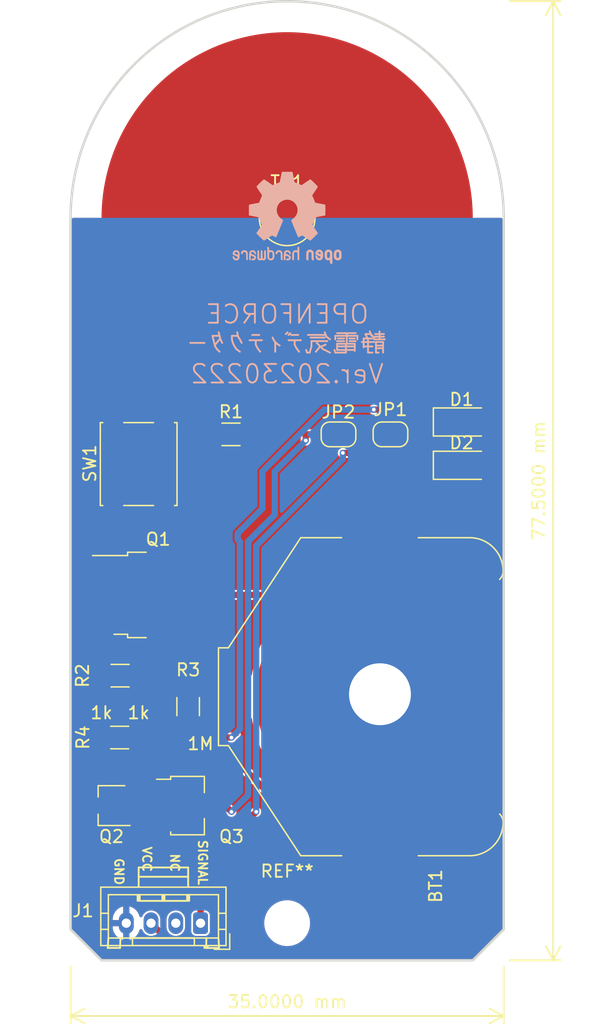
<source format=kicad_pcb>
(kicad_pcb (version 20221018) (generator pcbnew)
  (title_block (date "26 jul 2013"))
  (layers (0 "F.Cu" signal) (31 "B.Cu" signal) (34 "B.Paste" user) (35 "F.Paste" user) (36 "B.SilkS" user "B.Silkscreen") (37 "F.SilkS" user "F.Silkscreen") (38 "B.Mask" user) (39 "F.Mask" user) (44 "Edge.Cuts" user))
  (net 0 "")
  (net 1 "Net-(D1-K)")
  (net 2 "GND")
  (net 3 "Net-(D2-K)")
  (net 5 "Net-(JP2-A)")
  (net 6 "Net-(Q1-G)")
  (net 7 "Net-(Q1-S)")
  (net 8 "Net-(Q2-B)")
  (net 9 "Net-(R1-Pad2)")
  (net 10 "BATT")
  (footprint "Battery:BatteryHolder_Keystone_3008_1x2450" (layer "F.Cu") (at 137.5 98.7 90)
    (fp_text reference "BT1" (at -15.3 4.5 90) (layer "F.SilkS"))
    (fp_text value "Battery_Cell")
    (pad "1" smd rect (at -15.3 0 90) (size 6 5.5) (layers "F.Cu" "F.Paste" "F.Mask") (net 10 "BATT"))
    (pad "1" smd rect (at 15.3 0 90) (size 6 5.5) (layers "F.Cu" "F.Paste" "F.Mask") (net 10 "BATT"))
    (pad "2" smd circle (at 0 0 90) (size 20 20) (layers "F.Cu" "F.Mask") (net 2 "GND"))
  )
  (footprint "LED_SMD:LED_1206_3216Metric" (layer "F.Cu") (at 144.1 80)
    (fp_text reference "D2" (at 0 -1.82) (layer "F.SilkS"))
    (fp_text value "LED")
    (pad "1" smd roundrect (at -1.4 0) (size 1.25 1.75) (layers "F.Cu" "F.Paste" "F.Mask") (roundrect_rratio 0.2) (net 3 "Net-(D2-K)"))
    (pad "2" smd roundrect (at 1.4 0) (size 1.25 1.75) (layers "F.Cu" "F.Paste" "F.Mask") (roundrect_rratio 0.2) (net 10 "BATT"))
  )
  (footprint "TestPoint:TestPoint_Pad_D4.0mm" (layer "F.Cu") (at 130 60)
    (fp_text reference "TP1" (at 0 -2.898) (layer "F.SilkS"))
    (fp_text value "ProveAntena")
    (pad "1" smd circle (at 0 0) (size 30 30) (layers "F.Cu" "F.Mask") (net 9 "Net-(R1-Pad2)"))
  )
  (footprint "Resistor_SMD:R_1206_3216Metric" (layer "F.Cu") (at 116.5 97 180)
    (fp_text reference "R2" (at 3.0375 0 90) (layer "F.SilkS"))
    (fp_text value "1k" (at -1.5 -3 180) (layer "F.SilkS"))
    (pad "1" smd roundrect (at -1.4625 0 180) (size 1.125 1.75) (layers "F.Cu" "F.Paste" "F.Mask") (roundrect_rratio 0.2222222222) (net 8 "Net-(Q2-B)"))
    (pad "2" smd roundrect (at 1.4625 0 180) (size 1.125 1.75) (layers "F.Cu" "F.Paste" "F.Mask") (roundrect_rratio 0.2222222222) (net 7 "Net-(Q1-S)"))
  )
  (footprint "Button_Switch_SMD:SW_SPST_EVQQ2" (layer "F.Cu") (at 118 79.9 90)
    (fp_text reference "SW1" (at 0.05 -3.95 90) (layer "F.SilkS"))
    (fp_text value "SW_Push")
    (pad "1" smd rect (at -3.4 -2 90) (size 3.2 1) (layers "F.Cu" "F.Paste" "F.Mask") (net 2 "GND"))
    (pad "1" smd rect (at 3.4 -2 90) (size 3.2 1) (layers "F.Cu" "F.Paste" "F.Mask") (net 2 "GND"))
    (pad "2" smd rect (at -3.4 2 90) (size 3.2 1) (layers "F.Cu" "F.Paste" "F.Mask") (net 6 "Net-(Q1-G)"))
    (pad "2" smd rect (at 3.4 2 90) (size 3.2 1) (layers "F.Cu" "F.Paste" "F.Mask") (net 6 "Net-(Q1-G)"))
  )
  (footprint "Package_TO_SOT_SMD:SOT-89-3" (layer "F.Cu") (at 121.65 107.5)
    (fp_text reference "Q3" (at 3.85 2.5) (layer "F.SilkS"))
    (fp_text value "Q_NPN_BCE_2SCR533P" hide)
    (pad "1" smd rect (at -1.65 -1.5) (size 1.3 0.9) (layers "F.Cu" "F.Paste" "F.Mask") (net 8 "Net-(Q2-B)"))
    (pad "2" smd custom (at -1.5625 0) (size 1.475 0.9) (layers "F.Cu" "F.Paste" "F.Mask") (net 5 "Net-(JP2-A)") (options (clearance outline) (anchor rect)) (primitives (gr_poly (pts (xy 3.8625 0.8665) (xy 0.7375 0.8665) (xy 0.7375 -0.8665) (xy 3.8625 -0.8665)) (width 0) (fill yes))))
    (pad "3" smd rect (at -1.65 1.5) (size 1.3 0.9) (layers "F.Cu" "F.Paste" "F.Mask") (net 2 "GND"))
  )
  (footprint "Resistor_SMD:R_1206_3216Metric" (layer "F.Cu") (at 125.4625 77.5)
    (fp_text reference "R1" (at 0 -1.82) (layer "F.SilkS"))
    (fp_text value "10M")
    (pad "1" smd roundrect (at -1.4625 0) (size 1.125 1.75) (layers "F.Cu" "F.Paste" "F.Mask") (roundrect_rratio 0.2222222222) (net 6 "Net-(Q1-G)"))
    (pad "2" smd roundrect (at 1.4625 0) (size 1.125 1.75) (layers "F.Cu" "F.Paste" "F.Mask") (roundrect_rratio 0.2222222222) (net 9 "Net-(R1-Pad2)"))
  )
  (footprint "Resistor_SMD:R_1206_3216Metric" (layer "F.Cu") (at 122 99.5 90)
    (fp_text reference "R3" (at 2.9625 0) (layer "F.SilkS"))
    (fp_text value "1M" (at -3 1 180) (layer "F.SilkS"))
    (pad "1" smd roundrect (at -1.4625 0 90) (size 1.125 1.75) (layers "F.Cu" "F.Paste" "F.Mask") (roundrect_rratio 0.2222222222) (net 8 "Net-(Q2-B)"))
    (pad "2" smd roundrect (at 1.4625 0 90) (size 1.125 1.75) (layers "F.Cu" "F.Paste" "F.Mask") (roundrect_rratio 0.2222222222) (net 2 "GND"))
  )
  (footprint "Jumper:SolderJumper-2_P1.3mm_Bridged_RoundedPad1.0x1.5mm" (layer "F.Cu") (at 134.15 77.5)
    (fp_text reference "JP2" (at 0 -1.8) (layer "F.SilkS"))
    (fp_text value "Jumper_2_Bridged")
    (fp_poly (pts (xy 0.25 -0.3) (xy -0.25 -0.3) (xy -0.25 0.3) (xy 0.25 0.3)) (fill solid) (layer "F.Cu"))
    (pad "1" smd custom (at -0.65 0) (size 1 0.5) (layers "F.Cu" "F.Mask") (net 5 "Net-(JP2-A)") (options (clearance outline) (anchor rect)) (primitives (gr_circle (center 0 0.25) (end 0.5 0.25) (width 0) (fill yes)) (gr_circle (center 0 -0.25) (end 0.5 -0.25) (width 0) (fill yes)) (gr_poly (pts (xy 0.5 0.75) (xy 0 0.75) (xy 0 -0.75) (xy 0.5 -0.75)) (width 0) (fill yes))))
    (pad "2" smd custom (at 0.65 0) (size 1 0.5) (layers "F.Cu" "F.Mask") (net 3 "Net-(D2-K)") (options (clearance outline) (anchor rect)) (primitives (gr_circle (center 0 0.25) (end 0.5 0.25) (width 0) (fill yes)) (gr_circle (center 0 -0.25) (end 0.5 -0.25) (width 0) (fill yes)) (gr_poly (pts (xy 0 0.75) (xy -0.5 0.75) (xy -0.5 -0.75) (xy 0 -0.75)) (width 0) (fill yes))))
  )
  (footprint "Jumper:SolderJumper-2_P1.3mm_Bridged_RoundedPad1.0x1.5mm" (layer "F.Cu") (at 138.35 77.5 180)
    (fp_text reference "JP1" (at 0 2) (layer "F.SilkS"))
    (fp_text value "Jumper_2_Bridged")
    (fp_poly (pts (xy 0.25 -0.3) (xy -0.25 -0.3) (xy -0.25 0.3) (xy 0.25 0.3)) (fill solid) (layer "F.Cu"))
    (pad "1" smd custom (at -0.65 0 180) (size 1 0.5) (layers "F.Cu" "F.Mask") (net 1 "Net-(D1-K)") (options (clearance outline) (anchor rect)) (primitives (gr_circle (center 0 0.25) (end 0.5 0.25) (width 0) (fill yes)) (gr_circle (center 0 -0.25) (end 0.5 -0.25) (width 0) (fill yes)) (gr_poly (pts (xy 0.5 0.75) (xy 0 0.75) (xy 0 -0.75) (xy 0.5 -0.75)) (width 0) (fill yes))))
    (pad "2" smd custom (at 0.65 0 180) (size 1 0.5) (layers "F.Cu" "F.Mask") (net 3 "Net-(D2-K)") (options (clearance outline) (anchor rect)) (primitives (gr_circle (center 0 0.25) (end 0.5 0.25) (width 0) (fill yes)) (gr_circle (center 0 -0.25) (end 0.5 -0.25) (width 0) (fill yes)) (gr_poly (pts (xy 0 0.75) (xy -0.5 0.75) (xy -0.5 -0.75) (xy 0 -0.75)) (width 0) (fill yes))))
  )
  (footprint "Package_TO_SOT_SMD:SOT-23W" (layer "F.Cu") (at 115.8 107.5 180)
    (fp_text reference "Q2" (at 0 -2.5) (layer "F.SilkS"))
    (fp_text value "Q_NPN_BEC_2PD601ART")
    (pad "1" smd rect (at -1.2 -0.95 180) (size 1 0.7) (layers "F.Cu" "F.Paste" "F.Mask") (net 8 "Net-(Q2-B)"))
    (pad "2" smd rect (at -1.2 0.95 180) (size 1 0.7) (layers "F.Cu" "F.Paste" "F.Mask") (net 2 "GND"))
    (pad "3" smd rect (at 1.2 0 180) (size 1 0.7) (layers "F.Cu" "F.Paste" "F.Mask") (net 3 "Net-(D2-K)"))
  )
  (footprint "Connector_JST:JST_PH_B4B-PH-K_1x04_P2.00mm_Vertical" (layer "F.Cu") (at 123 117 180)
    (fp_text reference "J1" (at 9.5 1) (layer "F.SilkS"))
    (fp_text value "Conn_01x04")
    (pad "1" thru_hole roundrect (at 0 0 180) (size 1.2 1.75) (drill 0.75) (layers "*.Cu" "*.Mask") (roundrect_rratio 0.2083333333) (net 3 "Net-(D2-K)"))
    (pad "2" thru_hole oval (at 2 0 180) (size 1.2 1.75) (drill 0.75) (layers "*.Cu" "*.Mask"))
    (pad "3" thru_hole oval (at 4 0 180) (size 1.2 1.75) (drill 0.75) (layers "*.Cu" "*.Mask") (net 10 "BATT"))
    (pad "4" thru_hole oval (at 6 0 180) (size 1.2 1.75) (drill 0.75) (layers "*.Cu" "*.Mask") (net 2 "GND"))
  )
  (footprint "Resistor_SMD:R_1206_3216Metric" (layer "F.Cu") (at 116.4625 102 180)
    (fp_text reference "R4" (at 2.9625 0 90) (layer "F.SilkS"))
    (fp_text value "1k" (at 1.4625 2) (layer "F.SilkS"))
    (pad "1" smd roundrect (at -1.4625 0 180) (size 1.125 1.75) (layers "F.Cu" "F.Paste" "F.Mask") (roundrect_rratio 0.2222222222) (net 1 "Net-(D1-K)"))
    (pad "2" smd roundrect (at 1.4625 0 180) (size 1.125 1.75) (layers "F.Cu" "F.Paste" "F.Mask") (roundrect_rratio 0.2222222222) (net 5 "Net-(JP2-A)"))
  )
  (footprint "Package_TO_SOT_SMD:TO-252-2" (layer "F.Cu") (at 119.575 90.475)
    (fp_text reference "Q1" (at 0 -4.5) (layer "F.SilkS"))
    (fp_text value "Q_NMOS_GDS_2SK4033")
    (pad "1" smd rect (at -4.2 -2.28) (size 2.2 1.2) (layers "F.Cu" "F.Paste" "F.Mask") (net 6 "Net-(Q1-G)"))
    (pad "2" smd rect (at 2.1 0) (size 6.4 5.8) (layers "F.Cu" "F.Mask") (net 10 "BATT"))
    (pad "3" smd rect (at -4.2 2.28) (size 2.2 1.2) (layers "F.Cu" "F.Paste" "F.Mask") (net 7 "Net-(Q1-S)"))
  )
  (footprint "MountingHole:MountingHole_3.2mm_M3" (layer "F.Cu") (at 130 117)
    (fp_text reference "REF**" (at 0 -4.2) (layer "F.SilkS"))
    (fp_text value "MountingHole_3.2mm_M3")
    (pad "" np_thru_hole circle (at 0 0) (size 3.2 3.2) (drill 3.2) (layers "*.Cu" "*.Mask"))
  )
  (footprint "LED_SMD:LED_1206_3216Metric" (layer "F.Cu") (at 144.1 76.5)
    (fp_text reference "D1" (at 0 -1.82) (layer "F.SilkS"))
    (fp_text value "LED")
    (pad "1" smd roundrect (at -1.4 0) (size 1.25 1.75) (layers "F.Cu" "F.Paste" "F.Mask") (roundrect_rratio 0.2) (net 1 "Net-(D1-K)"))
    (pad "2" smd roundrect (at 1.4 0) (size 1.25 1.75) (layers "F.Cu" "F.Paste" "F.Mask") (roundrect_rratio 0.2) (net 10 "BATT"))
  )
  (footprint "Symbol:OSHW-Logo2_9.8x8mm_SilkScreen" (layer "B.Cu") (at 130 60 180)
    (fp_text reference "REF**" hide)
    (fp_text value "OSHW-Logo2_9.8x8mm_SilkScreen" hide)
  )
  (gr_line (start 115.5 119) (end 115.55 118.2) (stroke (width 0.15)) (layer "F.SilkS"))
  (gr_line (start 118 114) (end 118 112.5) (stroke (width 0.15)) (layer "F.SilkS"))
  (gr_line (start 117.5 118.2) (end 122.5 118.2) (stroke (width 0.15)) (layer "F.SilkS"))
  (gr_line (start 123.475 118.2) (end 123.45 118.91) (stroke (width 0.15)) (layer "F.SilkS"))
  (gr_line (start 118 112.5) (end 122 112.5) (stroke (width 0.15)) (layer "F.SilkS"))
  (gr_line (start 118.1 115.2) (end 121.9 115.2) (stroke (width 0.15)) (layer "F.SilkS"))
  (gr_line (start 116.5 119) (end 115.5 119) (stroke (width 0.15)) (layer "F.SilkS"))
  (gr_line (start 116.525 118.2) (end 116.5 119) (stroke (width 0.15)) (layer "F.SilkS"))
  (gr_line (start 124.5 119) (end 123.45 119.01) (stroke (width 0.15)) (layer "F.SilkS"))
  (gr_line (start 124.45 118.2) (end 124.5 119) (stroke (width 0.15)) (layer "F.SilkS"))
  (gr_line (start 118 113.25) (end 122 113.25) (stroke (width 0.15)) (layer "F.SilkS"))
  (gr_line (start 122 112.5) (end 122 114) (stroke (width 0.15)) (layer "F.SilkS"))
  (gr_line (start 147.5 117.5) (end 147.5 60) (stroke (width 0.2)) (layer "Edge.Cuts"))
  (gr_line (start 112.5 60) (end 112.5 117.5) (stroke (width 0.2)) (layer "Edge.Cuts"))
  (gr_line (start 112.5 117.5) (end 115 120) (stroke (width 0.2)) (layer "Edge.Cuts"))
  (gr_line (start 115 120) (end 145 120) (stroke (width 0.2)) (layer "Edge.Cuts"))
  (gr_arc (start 112.5 60) (mid 130 42.5) (end 147.5 60) (stroke (width 0.2)) (layer "Edge.Cuts"))
  (gr_line (start 145 120) (end 147.5 117.5) (stroke (width 0.2)) (layer "Edge.Cuts"))
  (gr_text "OPENFORCE\n静電気ディテクター\nVer.20230222" (at 130 73.5) (layer "B.SilkS") (effects (font (size 1.5 1.5)) (justify bottom mirror)))
  (gr_text "SIGNAL\n\nNC  \n\nVCC  \n\nGND" (at 116 114 270) (layer "F.SilkS") (effects (font (size 0.7 0.7)) (justify right bottom)))
  (dimension (type aligned) (layer "F.SilkS") (pts (xy 112.5 120) (xy 147.5 120)) (height 4.5) (gr_text "35.0000 mm" (at 130 123.35) (layer "F.SilkS") (effects (font (size 1 1) (thickness 0.15)))) (format (prefix "") (suffix "") (units 3) (units_format 1) (precision 4)) (style (thickness 0.15) (arrow_length 1.27) (text_position_mode 0) (extension_height 0.58642) (extension_offset 0.5) keep_text_aligned))
  (dimension (type aligned) (layer "F.SilkS") (pts (xy 147.5 120) (xy 147.5 42.5)) (height 4) (gr_text "77.5000 mm" (at 150.35 81.25 90) (layer "F.SilkS") (effects (font (size 1 1) (thickness 0.15)))) (format (prefix "") (suffix "") (units 3) (units_format 1) (precision 4)) (style (thickness 0.15) (arrow_length 1.27) (text_position_mode 0) (extension_height 0.58642) (extension_offset 0.5) keep_text_aligned))
  (segment (start 140.5 77.5) (end 139 77.5) (width 0.508) (layer "F.Cu") (net 1))
  (segment (start 139.5 75.5) (end 140.5 76.5) (width 0.508) (layer "F.Cu") (net 1))
  (segment (start 142 76.5) (end 141 77.5) (width 0.508) (layer "F.Cu") (net 1))
  (segment (start 141 77.5) (end 140.5 77.5) (width 0.508) (layer "F.Cu") (net 1))
  (segment (start 117.925 102) (end 125.5 102) (width 0.508) (layer "F.Cu") (net 1))
  (segment (start 140.5 76.5) (end 140.5 77.5) (width 0.508) (layer "F.Cu") (net 1))
  (segment (start 142.7 76.5) (end 142 76.5) (width 0.508) (layer "F.Cu") (net 1))
  (segment (start 137 75.5) (end 139.5 75.5) (width 0.508) (layer "F.Cu") (net 1))
  (via (at 125.5 102) (size 0.5) (drill 0.3) (layers "F.Cu" "B.Cu") (net 1))
  (via (at 137 75.5) (size 0.5) (drill 0.3) (layers "F.Cu" "B.Cu") (net 1))
  (segment (start 126 85.5) (end 126 86) (width 0.508) (layer "B.Cu") (net 1))
  (segment (start 126 86) (end 126.184 86.184) (width 0.508) (layer "B.Cu") (net 1))
  (segment (start 126.184 86.184) (end 126.184 101.316) (width 0.508) (layer "B.Cu") (net 1))
  (segment (start 133 75.5) (end 128 80.5) (width 0.508) (layer "B.Cu") (net 1))
  (segment (start 137 75.5) (end 133 75.5) (width 0.508) (layer "B.Cu") (net 1))
  (segment (start 128 83.5) (end 126 85.5) (width 0.508) (layer "B.Cu") (net 1))
  (segment (start 128 80.5) (end 128 83.5) (width 0.508) (layer "B.Cu") (net 1))
  (segment (start 126.184 101.316) (end 125.5 102) (width 0.508) (layer "B.Cu") (net 1))
  (segment (start 116 76.5) (end 116 83.3) (width 0.508) (layer "F.Cu") (net 2))
  (via (at 137.5 98.5) (size 6) (drill 5) (layers "F.Cu" "B.Cu") (net 2))
  (segment (start 140 79.5) (end 140.5 80) (width 0.508) (layer "F.Cu") (net 3))
  (segment (start 124 111.5) (end 123 111.5) (width 0.508) (layer "F.Cu") (net 3))
  (segment (start 123 111.5) (end 118.5 111.5) (width 0.508) (layer "F.Cu") (net 3))
  (segment (start 118.5 111.5) (end 117 113) (width 0.508) (layer "F.Cu") (net 3))
  (segment (start 114.6 107.5) (end 113.5 107.5) (width 0.508) (layer "F.Cu") (net 3))
  (segment (start 127.5 108) (end 124 111.5) (width 0.508) (layer "F.Cu") (net 3))
  (segment (start 136.5 79) (end 137 79.5) (width 0.508) (layer "F.Cu") (net 3))
  (segment (start 113.5 107.5) (end 113.5 110) (width 0.508) (layer "F.Cu") (net 3))
  (segment (start 134.8 77.5) (end 136 77.5) (width 0.508) (layer "F.Cu") (net 3))
  (segment (start 113.5 110) (end 116.5 113) (width 0.508) (layer "F.Cu") (net 3))
  (segment (start 137 79.5) (end 140 79.5) (width 0.508) (layer "F.Cu") (net 3))
  (segment (start 136 77.5) (end 136 78.5) (width 0.508) (layer "F.Cu") (net 3))
  (segment (start 136 78.5) (end 136.5 79) (width 0.508) (layer "F.Cu") (net 3))
  (segment (start 140.5 80) (end 142.7 80) (width 0.508) (layer "F.Cu") (net 3))
  (segment (start 136.5 77.5) (end 137.7 77.5) (width 0.508) (layer "F.Cu") (net 3))
  (segment (start 136 77.5) (end 136.5 77.5) (width 0.508) (layer "F.Cu") (net 3))
  (segment (start 123 117) (end 123 111.5) (width 0.508) (layer "F.Cu") (net 3))
  (segment (start 116.5 113) (end 117 113) (width 0.508) (layer "F.Cu") (net 3))
  (segment (start 134.5 79) (end 136.5 79) (width 0.508) (layer "F.Cu") (net 3))
  (via (at 127.5 108) (size 0.5) (drill 0.3) (layers "F.Cu" "B.Cu") (net 3))
  (via (at 134.5 79) (size 0.5) (drill 0.3) (layers "F.Cu" "B.Cu") (net 3))
  (segment (start 127.5 108) (end 127.5 86.5) (width 0.508) (layer "B.Cu") (net 3))
  (segment (start 134.5 79.5) (end 134.5 79) (width 0.508) (layer "B.Cu") (net 3))
  (segment (start 127.5 86.5) (end 134.5 79.5) (width 0.508) (layer "B.Cu") (net 3))
  (segment (start 131.5 77.5) (end 131.5 78) (width 0.508) (layer "F.Cu") (net 5))
  (segment (start 115 102) (end 115 103.342) (width 0.508) (layer "F.Cu") (net 5))
  (segment (start 120.842 103.342) (end 125.5 108) (width 0.508) (layer "F.Cu") (net 5))
  (segment (start 125 107.5) (end 125.5 108) (width 0.508) (layer "F.Cu") (net 5))
  (segment (start 115 103.342) (end 120.842 103.342) (width 0.508) (layer "F.Cu") (net 5))
  (segment (start 120.0875 107.5) (end 125 107.5) (width 0.508) (layer "F.Cu") (net 5))
  (segment (start 133.5 77.5) (end 131.5 77.5) (width 0.508) (layer "F.Cu") (net 5))
  (via (at 125.5 108) (size 0.5) (drill 0.3) (layers "F.Cu" "B.Cu") (net 5))
  (via (at 131.5 78) (size 0.5) (drill 0.3) (layers "F.Cu" "B.Cu") (net 5))
  (segment (start 129 84) (end 126.842 86.158) (width 0.508) (layer "B.Cu") (net 5))
  (segment (start 126.842 106.658) (end 125.5 108) (width 0.508) (layer "B.Cu") (net 5))
  (segment (start 129 80.5) (end 129 84) (width 0.508) (layer "B.Cu") (net 5))
  (segment (start 126.842 86.158) (end 126.842 106.658) (width 0.508) (layer "B.Cu") (net 5))
  (segment (start 131.5 78) (end 129 80.5) (width 0.508) (layer "B.Cu") (net 5))
  (segment (start 115.375 86.625) (end 115.375 88.195) (width 0.508) (layer "F.Cu") (net 6))
  (segment (start 120 83.3) (end 120 86) (width 0.508) (layer "F.Cu") (net 6))
  (segment (start 121.5 76.5) (end 122.5 77.5) (width 0.508) (layer "F.Cu") (net 6))
  (segment (start 120 76.5) (end 120 83.3) (width 0.508) (layer "F.Cu") (net 6))
  (segment (start 120 76.5) (end 121.5 76.5) (width 0.508) (layer "F.Cu") (net 6))
  (segment (start 116 86) (end 115.375 86.625) (width 0.508) (layer "F.Cu") (net 6))
  (segment (start 122.5 77.5) (end 124 77.5) (width 0.508) (layer "F.Cu") (net 6))
  (segment (start 120 86) (end 116 86) (width 0.508) (layer "F.Cu") (net 6))
  (segment (start 115.375 92.755) (end 113.5 94.63) (width 0.508) (layer "F.Cu") (net 7))
  (segment (start 113.5 94.63) (end 113.5 95.425) (width 0.508) (layer "F.Cu") (net 7))
  (segment (start 113.5 95.425) (end 115.075 97) (width 0.508) (layer "F.Cu") (net 7))
  (segment (start 120 106) (end 119 106) (width 0.508) (layer "F.Cu") (net 8))
  (segment (start 120 100) (end 120.9625 100.9625) (width 0.508) (layer "F.Cu") (net 8))
  (segment (start 119.5 97) (end 120 97.5) (width 0.508) (layer "F.Cu") (net 8))
  (segment (start 114 104) (end 114 101.137604) (width 0.508) (layer "F.Cu") (net 8))
  (segment (start 120 97.5) (end 120 99) (width 0.508) (layer "F.Cu") (net 8))
  (segment (start 114 101.137604) (end 116.137604 99) (width 0.508) (layer "F.Cu") (net 8))
  (segment (start 120.9625 100.9625) (end 122 100.9625) (width 0.508) (layer "F.Cu") (net 8))
  (segment (start 117 104) (end 114 104) (width 0.508) (layer "F.Cu") (net 8))
  (segment (start 116.137604 99) (end 120 99) (width 0.508) (layer "F.Cu") (net 8))
  (segment (start 118.5 108) (end 118.5 105.5) (width 0.508) (layer "F.Cu") (net 8))
  (segment (start 118.5 105.5) (end 117 104) (width 0.508) (layer "F.Cu") (net 8))
  (segment (start 117.95 108.45) (end 118 108.5) (width 0.508) (layer "F.Cu") (net 8))
  (segment (start 118 108.5) (end 118.5 108) (width 0.508) (layer "F.Cu") (net 8))
  (segment (start 120 99) (end 120 100) (width 0.508) (layer "F.Cu") (net 8))
  (segment (start 117 108.45) (end 117.95 108.45) (width 0.508) (layer "F.Cu") (net 8))
  (segment (start 119 106) (end 118.5 105.5) (width 0.508) (layer "F.Cu") (net 8))
  (segment (start 117.9625 97) (end 119.5 97) (width 0.508) (layer "F.Cu") (net 8))
  (segment (start 128.5 77.5) (end 130 76) (width 0.508) (layer "F.Cu") (net 9))
  (segment (start 130 76) (end 130 60) (width 0.508) (layer "F.Cu") (net 9))
  (segment (start 126.925 77.5) (end 128.5 77.5) (width 0.508) (layer "F.Cu") (net 9))
  (segment (start 119 117) (end 121 119) (width 0.508) (layer "F.Cu") (net 10))
  (segment (start 147 80) (end 145.5 80) (width 0.508) (layer "F.Cu") (net 10))
  (segment (start 126 114) (end 137.5 114) (width 0.508) (layer "F.Cu") (net 10))
  (segment (start 121.675 90.475) (end 126.5 90.475) (width 0.508) (layer "F.Cu") (net 10))
  (segment (start 147 76.5) (end 145.5 76.5) (width 0.508) (layer "F.Cu") (net 10))
  (segment (start 136 114) (end 137.5 114) (width 0.508) (layer "F.Cu") (net 10))
  (segment (start 135.6 83.4) (end 137.5 83.4) (width 0.508) (layer "F.Cu") (net 10))
  (segment (start 137.5 83.4) (end 145.1 83.4) (width 0.508) (layer "F.Cu") (net 10))
  (segment (start 145.1 83.4) (end 147 81.5) (width 0.508) (layer "F.Cu") (net 10))
  (segment (start 122.899896 119) (end 126 115.899896) (width 0.508) (layer "F.Cu") (net 10))
  (segment (start 147 80) (end 147 76.5) (width 0.508) (layer "F.Cu") (net 10))
  (segment (start 128.525 90.475) (end 135.6 83.4) (width 0.508) (layer "F.Cu") (net 10))
  (segment (start 147 81.5) (end 147 80) (width 0.508) (layer "F.Cu") (net 10))
  (segment (start 126.5 90.475) (end 128.525 90.475) (width 0.508) (layer "F.Cu") (net 10))
  (segment (start 126.5 90.475) (end 126.5 104.5) (width 0.508) (layer "F.Cu") (net 10))
  (segment (start 126.5 104.5) (end 136 114) (width 0.508) (layer "F.Cu") (net 10))
  (segment (start 126 115.899896) (end 126 114) (width 0.508) (layer "F.Cu") (net 10))
  (segment (start 121 119) (end 122.899896 119) (width 0.508) (layer "F.Cu") (net 10))
  (zone (net 2) (net_name "GND") (layers "F&B.Cu") (name "GND") (connect_pads (clearance 0)) (min_thickness 0.25) (fill yes (thermal_gap 0.5) (thermal_bridge_width 0.5))
    (polygon (pts (xy 145 120) (xy 147.5 117.5) (xy 147.5 60) (xy 112.5 60) (xy 112.5 117.5) (xy 115 120)))
  )
)
</source>
